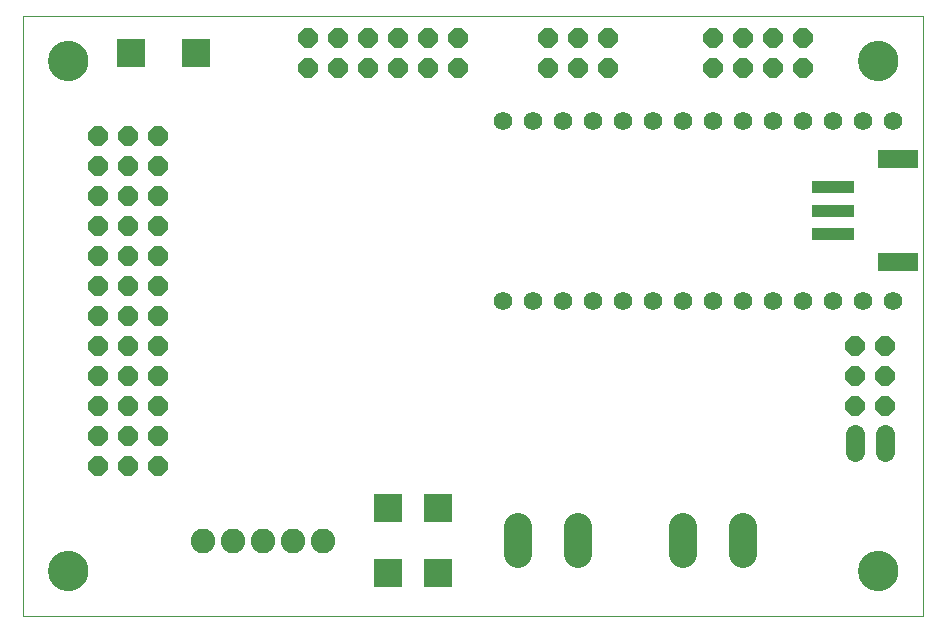
<source format=gbs>
G75*
%MOIN*%
%OFA0B0*%
%FSLAX25Y25*%
%IPPOS*%
%LPD*%
%AMOC8*
5,1,8,0,0,1.08239X$1,22.5*
%
%ADD10C,0.00300*%
%ADD11R,0.09400X0.09400*%
%ADD12C,0.09400*%
%ADD13OC8,0.06400*%
%ADD14C,0.08200*%
%ADD15C,0.06400*%
%ADD16C,0.06200*%
%ADD17C,0.00000*%
%ADD18C,0.13400*%
%ADD19R,0.14180X0.04337*%
%ADD20R,0.13786X0.06306*%
D10*
X0330000Y0290000D02*
X0330000Y0490000D01*
X0630000Y0490000D01*
X0630000Y0290000D01*
X0330000Y0290000D01*
D11*
X0451730Y0304150D03*
X0468270Y0304150D03*
X0468270Y0325850D03*
X0451730Y0325850D03*
X0387725Y0477500D03*
X0366025Y0477500D03*
D12*
X0495000Y0319500D02*
X0495000Y0310500D01*
X0515000Y0310500D02*
X0515000Y0319500D01*
X0550000Y0319500D02*
X0550000Y0310500D01*
X0570000Y0310500D02*
X0570000Y0319500D01*
D13*
X0607500Y0360000D03*
X0617500Y0360000D03*
X0617500Y0370000D03*
X0617500Y0380000D03*
X0607500Y0380000D03*
X0607500Y0370000D03*
X0590000Y0472500D03*
X0590000Y0482500D03*
X0580000Y0482500D03*
X0580000Y0472500D03*
X0570000Y0472500D03*
X0570000Y0482500D03*
X0560000Y0482500D03*
X0560000Y0472500D03*
X0525000Y0472500D03*
X0525000Y0482500D03*
X0515000Y0482500D03*
X0515000Y0472500D03*
X0505000Y0472500D03*
X0505000Y0482500D03*
X0475000Y0482500D03*
X0475000Y0472500D03*
X0465000Y0472500D03*
X0465000Y0482500D03*
X0455000Y0482500D03*
X0455000Y0472500D03*
X0445000Y0472500D03*
X0445000Y0482500D03*
X0435000Y0482500D03*
X0435000Y0472500D03*
X0425000Y0472500D03*
X0425000Y0482500D03*
X0375000Y0450000D03*
X0365000Y0450000D03*
X0355000Y0450000D03*
X0355000Y0440000D03*
X0355000Y0430000D03*
X0365000Y0430000D03*
X0365000Y0440000D03*
X0375000Y0440000D03*
X0375000Y0430000D03*
X0375000Y0420000D03*
X0375000Y0410000D03*
X0375000Y0400000D03*
X0365000Y0400000D03*
X0365000Y0410000D03*
X0365000Y0420000D03*
X0355000Y0420000D03*
X0355000Y0410000D03*
X0355000Y0400000D03*
X0355000Y0390000D03*
X0355000Y0380000D03*
X0355000Y0370000D03*
X0365000Y0370000D03*
X0365000Y0380000D03*
X0365000Y0390000D03*
X0375000Y0390000D03*
X0375000Y0380000D03*
X0375000Y0370000D03*
X0375000Y0360000D03*
X0375000Y0350000D03*
X0375000Y0340000D03*
X0365000Y0340000D03*
X0365000Y0350000D03*
X0365000Y0360000D03*
X0355000Y0360000D03*
X0355000Y0350000D03*
X0355000Y0340000D03*
D14*
X0390000Y0315000D03*
X0400000Y0315000D03*
X0410000Y0315000D03*
X0420000Y0315000D03*
X0430000Y0315000D03*
D15*
X0607500Y0344500D02*
X0607500Y0350500D01*
X0617500Y0350500D02*
X0617500Y0344500D01*
D16*
X0620000Y0395000D03*
X0610000Y0395000D03*
X0600000Y0395000D03*
X0590000Y0395000D03*
X0580000Y0395000D03*
X0570000Y0395000D03*
X0560000Y0395000D03*
X0550000Y0395000D03*
X0540000Y0395000D03*
X0530000Y0395000D03*
X0520000Y0395000D03*
X0510000Y0395000D03*
X0500000Y0395000D03*
X0490000Y0395000D03*
X0490000Y0455000D03*
X0500000Y0455000D03*
X0510000Y0455000D03*
X0520000Y0455000D03*
X0530000Y0455000D03*
X0540000Y0455000D03*
X0550000Y0455000D03*
X0560000Y0455000D03*
X0570000Y0455000D03*
X0580000Y0455000D03*
X0590000Y0455000D03*
X0600000Y0455000D03*
X0610000Y0455000D03*
X0620000Y0455000D03*
D17*
X0608500Y0475000D02*
X0608502Y0475161D01*
X0608508Y0475321D01*
X0608518Y0475482D01*
X0608532Y0475642D01*
X0608550Y0475802D01*
X0608571Y0475961D01*
X0608597Y0476120D01*
X0608627Y0476278D01*
X0608660Y0476435D01*
X0608698Y0476592D01*
X0608739Y0476747D01*
X0608784Y0476901D01*
X0608833Y0477054D01*
X0608886Y0477206D01*
X0608942Y0477357D01*
X0609003Y0477506D01*
X0609066Y0477654D01*
X0609134Y0477800D01*
X0609205Y0477944D01*
X0609279Y0478086D01*
X0609357Y0478227D01*
X0609439Y0478365D01*
X0609524Y0478502D01*
X0609612Y0478636D01*
X0609704Y0478768D01*
X0609799Y0478898D01*
X0609897Y0479026D01*
X0609998Y0479151D01*
X0610102Y0479273D01*
X0610209Y0479393D01*
X0610319Y0479510D01*
X0610432Y0479625D01*
X0610548Y0479736D01*
X0610667Y0479845D01*
X0610788Y0479950D01*
X0610912Y0480053D01*
X0611038Y0480153D01*
X0611166Y0480249D01*
X0611297Y0480342D01*
X0611431Y0480432D01*
X0611566Y0480519D01*
X0611704Y0480602D01*
X0611843Y0480682D01*
X0611985Y0480758D01*
X0612128Y0480831D01*
X0612273Y0480900D01*
X0612420Y0480966D01*
X0612568Y0481028D01*
X0612718Y0481086D01*
X0612869Y0481141D01*
X0613022Y0481192D01*
X0613176Y0481239D01*
X0613331Y0481282D01*
X0613487Y0481321D01*
X0613643Y0481357D01*
X0613801Y0481388D01*
X0613959Y0481416D01*
X0614118Y0481440D01*
X0614278Y0481460D01*
X0614438Y0481476D01*
X0614598Y0481488D01*
X0614759Y0481496D01*
X0614920Y0481500D01*
X0615080Y0481500D01*
X0615241Y0481496D01*
X0615402Y0481488D01*
X0615562Y0481476D01*
X0615722Y0481460D01*
X0615882Y0481440D01*
X0616041Y0481416D01*
X0616199Y0481388D01*
X0616357Y0481357D01*
X0616513Y0481321D01*
X0616669Y0481282D01*
X0616824Y0481239D01*
X0616978Y0481192D01*
X0617131Y0481141D01*
X0617282Y0481086D01*
X0617432Y0481028D01*
X0617580Y0480966D01*
X0617727Y0480900D01*
X0617872Y0480831D01*
X0618015Y0480758D01*
X0618157Y0480682D01*
X0618296Y0480602D01*
X0618434Y0480519D01*
X0618569Y0480432D01*
X0618703Y0480342D01*
X0618834Y0480249D01*
X0618962Y0480153D01*
X0619088Y0480053D01*
X0619212Y0479950D01*
X0619333Y0479845D01*
X0619452Y0479736D01*
X0619568Y0479625D01*
X0619681Y0479510D01*
X0619791Y0479393D01*
X0619898Y0479273D01*
X0620002Y0479151D01*
X0620103Y0479026D01*
X0620201Y0478898D01*
X0620296Y0478768D01*
X0620388Y0478636D01*
X0620476Y0478502D01*
X0620561Y0478365D01*
X0620643Y0478227D01*
X0620721Y0478086D01*
X0620795Y0477944D01*
X0620866Y0477800D01*
X0620934Y0477654D01*
X0620997Y0477506D01*
X0621058Y0477357D01*
X0621114Y0477206D01*
X0621167Y0477054D01*
X0621216Y0476901D01*
X0621261Y0476747D01*
X0621302Y0476592D01*
X0621340Y0476435D01*
X0621373Y0476278D01*
X0621403Y0476120D01*
X0621429Y0475961D01*
X0621450Y0475802D01*
X0621468Y0475642D01*
X0621482Y0475482D01*
X0621492Y0475321D01*
X0621498Y0475161D01*
X0621500Y0475000D01*
X0621498Y0474839D01*
X0621492Y0474679D01*
X0621482Y0474518D01*
X0621468Y0474358D01*
X0621450Y0474198D01*
X0621429Y0474039D01*
X0621403Y0473880D01*
X0621373Y0473722D01*
X0621340Y0473565D01*
X0621302Y0473408D01*
X0621261Y0473253D01*
X0621216Y0473099D01*
X0621167Y0472946D01*
X0621114Y0472794D01*
X0621058Y0472643D01*
X0620997Y0472494D01*
X0620934Y0472346D01*
X0620866Y0472200D01*
X0620795Y0472056D01*
X0620721Y0471914D01*
X0620643Y0471773D01*
X0620561Y0471635D01*
X0620476Y0471498D01*
X0620388Y0471364D01*
X0620296Y0471232D01*
X0620201Y0471102D01*
X0620103Y0470974D01*
X0620002Y0470849D01*
X0619898Y0470727D01*
X0619791Y0470607D01*
X0619681Y0470490D01*
X0619568Y0470375D01*
X0619452Y0470264D01*
X0619333Y0470155D01*
X0619212Y0470050D01*
X0619088Y0469947D01*
X0618962Y0469847D01*
X0618834Y0469751D01*
X0618703Y0469658D01*
X0618569Y0469568D01*
X0618434Y0469481D01*
X0618296Y0469398D01*
X0618157Y0469318D01*
X0618015Y0469242D01*
X0617872Y0469169D01*
X0617727Y0469100D01*
X0617580Y0469034D01*
X0617432Y0468972D01*
X0617282Y0468914D01*
X0617131Y0468859D01*
X0616978Y0468808D01*
X0616824Y0468761D01*
X0616669Y0468718D01*
X0616513Y0468679D01*
X0616357Y0468643D01*
X0616199Y0468612D01*
X0616041Y0468584D01*
X0615882Y0468560D01*
X0615722Y0468540D01*
X0615562Y0468524D01*
X0615402Y0468512D01*
X0615241Y0468504D01*
X0615080Y0468500D01*
X0614920Y0468500D01*
X0614759Y0468504D01*
X0614598Y0468512D01*
X0614438Y0468524D01*
X0614278Y0468540D01*
X0614118Y0468560D01*
X0613959Y0468584D01*
X0613801Y0468612D01*
X0613643Y0468643D01*
X0613487Y0468679D01*
X0613331Y0468718D01*
X0613176Y0468761D01*
X0613022Y0468808D01*
X0612869Y0468859D01*
X0612718Y0468914D01*
X0612568Y0468972D01*
X0612420Y0469034D01*
X0612273Y0469100D01*
X0612128Y0469169D01*
X0611985Y0469242D01*
X0611843Y0469318D01*
X0611704Y0469398D01*
X0611566Y0469481D01*
X0611431Y0469568D01*
X0611297Y0469658D01*
X0611166Y0469751D01*
X0611038Y0469847D01*
X0610912Y0469947D01*
X0610788Y0470050D01*
X0610667Y0470155D01*
X0610548Y0470264D01*
X0610432Y0470375D01*
X0610319Y0470490D01*
X0610209Y0470607D01*
X0610102Y0470727D01*
X0609998Y0470849D01*
X0609897Y0470974D01*
X0609799Y0471102D01*
X0609704Y0471232D01*
X0609612Y0471364D01*
X0609524Y0471498D01*
X0609439Y0471635D01*
X0609357Y0471773D01*
X0609279Y0471914D01*
X0609205Y0472056D01*
X0609134Y0472200D01*
X0609066Y0472346D01*
X0609003Y0472494D01*
X0608942Y0472643D01*
X0608886Y0472794D01*
X0608833Y0472946D01*
X0608784Y0473099D01*
X0608739Y0473253D01*
X0608698Y0473408D01*
X0608660Y0473565D01*
X0608627Y0473722D01*
X0608597Y0473880D01*
X0608571Y0474039D01*
X0608550Y0474198D01*
X0608532Y0474358D01*
X0608518Y0474518D01*
X0608508Y0474679D01*
X0608502Y0474839D01*
X0608500Y0475000D01*
X0608500Y0305000D02*
X0608502Y0305161D01*
X0608508Y0305321D01*
X0608518Y0305482D01*
X0608532Y0305642D01*
X0608550Y0305802D01*
X0608571Y0305961D01*
X0608597Y0306120D01*
X0608627Y0306278D01*
X0608660Y0306435D01*
X0608698Y0306592D01*
X0608739Y0306747D01*
X0608784Y0306901D01*
X0608833Y0307054D01*
X0608886Y0307206D01*
X0608942Y0307357D01*
X0609003Y0307506D01*
X0609066Y0307654D01*
X0609134Y0307800D01*
X0609205Y0307944D01*
X0609279Y0308086D01*
X0609357Y0308227D01*
X0609439Y0308365D01*
X0609524Y0308502D01*
X0609612Y0308636D01*
X0609704Y0308768D01*
X0609799Y0308898D01*
X0609897Y0309026D01*
X0609998Y0309151D01*
X0610102Y0309273D01*
X0610209Y0309393D01*
X0610319Y0309510D01*
X0610432Y0309625D01*
X0610548Y0309736D01*
X0610667Y0309845D01*
X0610788Y0309950D01*
X0610912Y0310053D01*
X0611038Y0310153D01*
X0611166Y0310249D01*
X0611297Y0310342D01*
X0611431Y0310432D01*
X0611566Y0310519D01*
X0611704Y0310602D01*
X0611843Y0310682D01*
X0611985Y0310758D01*
X0612128Y0310831D01*
X0612273Y0310900D01*
X0612420Y0310966D01*
X0612568Y0311028D01*
X0612718Y0311086D01*
X0612869Y0311141D01*
X0613022Y0311192D01*
X0613176Y0311239D01*
X0613331Y0311282D01*
X0613487Y0311321D01*
X0613643Y0311357D01*
X0613801Y0311388D01*
X0613959Y0311416D01*
X0614118Y0311440D01*
X0614278Y0311460D01*
X0614438Y0311476D01*
X0614598Y0311488D01*
X0614759Y0311496D01*
X0614920Y0311500D01*
X0615080Y0311500D01*
X0615241Y0311496D01*
X0615402Y0311488D01*
X0615562Y0311476D01*
X0615722Y0311460D01*
X0615882Y0311440D01*
X0616041Y0311416D01*
X0616199Y0311388D01*
X0616357Y0311357D01*
X0616513Y0311321D01*
X0616669Y0311282D01*
X0616824Y0311239D01*
X0616978Y0311192D01*
X0617131Y0311141D01*
X0617282Y0311086D01*
X0617432Y0311028D01*
X0617580Y0310966D01*
X0617727Y0310900D01*
X0617872Y0310831D01*
X0618015Y0310758D01*
X0618157Y0310682D01*
X0618296Y0310602D01*
X0618434Y0310519D01*
X0618569Y0310432D01*
X0618703Y0310342D01*
X0618834Y0310249D01*
X0618962Y0310153D01*
X0619088Y0310053D01*
X0619212Y0309950D01*
X0619333Y0309845D01*
X0619452Y0309736D01*
X0619568Y0309625D01*
X0619681Y0309510D01*
X0619791Y0309393D01*
X0619898Y0309273D01*
X0620002Y0309151D01*
X0620103Y0309026D01*
X0620201Y0308898D01*
X0620296Y0308768D01*
X0620388Y0308636D01*
X0620476Y0308502D01*
X0620561Y0308365D01*
X0620643Y0308227D01*
X0620721Y0308086D01*
X0620795Y0307944D01*
X0620866Y0307800D01*
X0620934Y0307654D01*
X0620997Y0307506D01*
X0621058Y0307357D01*
X0621114Y0307206D01*
X0621167Y0307054D01*
X0621216Y0306901D01*
X0621261Y0306747D01*
X0621302Y0306592D01*
X0621340Y0306435D01*
X0621373Y0306278D01*
X0621403Y0306120D01*
X0621429Y0305961D01*
X0621450Y0305802D01*
X0621468Y0305642D01*
X0621482Y0305482D01*
X0621492Y0305321D01*
X0621498Y0305161D01*
X0621500Y0305000D01*
X0621498Y0304839D01*
X0621492Y0304679D01*
X0621482Y0304518D01*
X0621468Y0304358D01*
X0621450Y0304198D01*
X0621429Y0304039D01*
X0621403Y0303880D01*
X0621373Y0303722D01*
X0621340Y0303565D01*
X0621302Y0303408D01*
X0621261Y0303253D01*
X0621216Y0303099D01*
X0621167Y0302946D01*
X0621114Y0302794D01*
X0621058Y0302643D01*
X0620997Y0302494D01*
X0620934Y0302346D01*
X0620866Y0302200D01*
X0620795Y0302056D01*
X0620721Y0301914D01*
X0620643Y0301773D01*
X0620561Y0301635D01*
X0620476Y0301498D01*
X0620388Y0301364D01*
X0620296Y0301232D01*
X0620201Y0301102D01*
X0620103Y0300974D01*
X0620002Y0300849D01*
X0619898Y0300727D01*
X0619791Y0300607D01*
X0619681Y0300490D01*
X0619568Y0300375D01*
X0619452Y0300264D01*
X0619333Y0300155D01*
X0619212Y0300050D01*
X0619088Y0299947D01*
X0618962Y0299847D01*
X0618834Y0299751D01*
X0618703Y0299658D01*
X0618569Y0299568D01*
X0618434Y0299481D01*
X0618296Y0299398D01*
X0618157Y0299318D01*
X0618015Y0299242D01*
X0617872Y0299169D01*
X0617727Y0299100D01*
X0617580Y0299034D01*
X0617432Y0298972D01*
X0617282Y0298914D01*
X0617131Y0298859D01*
X0616978Y0298808D01*
X0616824Y0298761D01*
X0616669Y0298718D01*
X0616513Y0298679D01*
X0616357Y0298643D01*
X0616199Y0298612D01*
X0616041Y0298584D01*
X0615882Y0298560D01*
X0615722Y0298540D01*
X0615562Y0298524D01*
X0615402Y0298512D01*
X0615241Y0298504D01*
X0615080Y0298500D01*
X0614920Y0298500D01*
X0614759Y0298504D01*
X0614598Y0298512D01*
X0614438Y0298524D01*
X0614278Y0298540D01*
X0614118Y0298560D01*
X0613959Y0298584D01*
X0613801Y0298612D01*
X0613643Y0298643D01*
X0613487Y0298679D01*
X0613331Y0298718D01*
X0613176Y0298761D01*
X0613022Y0298808D01*
X0612869Y0298859D01*
X0612718Y0298914D01*
X0612568Y0298972D01*
X0612420Y0299034D01*
X0612273Y0299100D01*
X0612128Y0299169D01*
X0611985Y0299242D01*
X0611843Y0299318D01*
X0611704Y0299398D01*
X0611566Y0299481D01*
X0611431Y0299568D01*
X0611297Y0299658D01*
X0611166Y0299751D01*
X0611038Y0299847D01*
X0610912Y0299947D01*
X0610788Y0300050D01*
X0610667Y0300155D01*
X0610548Y0300264D01*
X0610432Y0300375D01*
X0610319Y0300490D01*
X0610209Y0300607D01*
X0610102Y0300727D01*
X0609998Y0300849D01*
X0609897Y0300974D01*
X0609799Y0301102D01*
X0609704Y0301232D01*
X0609612Y0301364D01*
X0609524Y0301498D01*
X0609439Y0301635D01*
X0609357Y0301773D01*
X0609279Y0301914D01*
X0609205Y0302056D01*
X0609134Y0302200D01*
X0609066Y0302346D01*
X0609003Y0302494D01*
X0608942Y0302643D01*
X0608886Y0302794D01*
X0608833Y0302946D01*
X0608784Y0303099D01*
X0608739Y0303253D01*
X0608698Y0303408D01*
X0608660Y0303565D01*
X0608627Y0303722D01*
X0608597Y0303880D01*
X0608571Y0304039D01*
X0608550Y0304198D01*
X0608532Y0304358D01*
X0608518Y0304518D01*
X0608508Y0304679D01*
X0608502Y0304839D01*
X0608500Y0305000D01*
X0338500Y0305000D02*
X0338502Y0305161D01*
X0338508Y0305321D01*
X0338518Y0305482D01*
X0338532Y0305642D01*
X0338550Y0305802D01*
X0338571Y0305961D01*
X0338597Y0306120D01*
X0338627Y0306278D01*
X0338660Y0306435D01*
X0338698Y0306592D01*
X0338739Y0306747D01*
X0338784Y0306901D01*
X0338833Y0307054D01*
X0338886Y0307206D01*
X0338942Y0307357D01*
X0339003Y0307506D01*
X0339066Y0307654D01*
X0339134Y0307800D01*
X0339205Y0307944D01*
X0339279Y0308086D01*
X0339357Y0308227D01*
X0339439Y0308365D01*
X0339524Y0308502D01*
X0339612Y0308636D01*
X0339704Y0308768D01*
X0339799Y0308898D01*
X0339897Y0309026D01*
X0339998Y0309151D01*
X0340102Y0309273D01*
X0340209Y0309393D01*
X0340319Y0309510D01*
X0340432Y0309625D01*
X0340548Y0309736D01*
X0340667Y0309845D01*
X0340788Y0309950D01*
X0340912Y0310053D01*
X0341038Y0310153D01*
X0341166Y0310249D01*
X0341297Y0310342D01*
X0341431Y0310432D01*
X0341566Y0310519D01*
X0341704Y0310602D01*
X0341843Y0310682D01*
X0341985Y0310758D01*
X0342128Y0310831D01*
X0342273Y0310900D01*
X0342420Y0310966D01*
X0342568Y0311028D01*
X0342718Y0311086D01*
X0342869Y0311141D01*
X0343022Y0311192D01*
X0343176Y0311239D01*
X0343331Y0311282D01*
X0343487Y0311321D01*
X0343643Y0311357D01*
X0343801Y0311388D01*
X0343959Y0311416D01*
X0344118Y0311440D01*
X0344278Y0311460D01*
X0344438Y0311476D01*
X0344598Y0311488D01*
X0344759Y0311496D01*
X0344920Y0311500D01*
X0345080Y0311500D01*
X0345241Y0311496D01*
X0345402Y0311488D01*
X0345562Y0311476D01*
X0345722Y0311460D01*
X0345882Y0311440D01*
X0346041Y0311416D01*
X0346199Y0311388D01*
X0346357Y0311357D01*
X0346513Y0311321D01*
X0346669Y0311282D01*
X0346824Y0311239D01*
X0346978Y0311192D01*
X0347131Y0311141D01*
X0347282Y0311086D01*
X0347432Y0311028D01*
X0347580Y0310966D01*
X0347727Y0310900D01*
X0347872Y0310831D01*
X0348015Y0310758D01*
X0348157Y0310682D01*
X0348296Y0310602D01*
X0348434Y0310519D01*
X0348569Y0310432D01*
X0348703Y0310342D01*
X0348834Y0310249D01*
X0348962Y0310153D01*
X0349088Y0310053D01*
X0349212Y0309950D01*
X0349333Y0309845D01*
X0349452Y0309736D01*
X0349568Y0309625D01*
X0349681Y0309510D01*
X0349791Y0309393D01*
X0349898Y0309273D01*
X0350002Y0309151D01*
X0350103Y0309026D01*
X0350201Y0308898D01*
X0350296Y0308768D01*
X0350388Y0308636D01*
X0350476Y0308502D01*
X0350561Y0308365D01*
X0350643Y0308227D01*
X0350721Y0308086D01*
X0350795Y0307944D01*
X0350866Y0307800D01*
X0350934Y0307654D01*
X0350997Y0307506D01*
X0351058Y0307357D01*
X0351114Y0307206D01*
X0351167Y0307054D01*
X0351216Y0306901D01*
X0351261Y0306747D01*
X0351302Y0306592D01*
X0351340Y0306435D01*
X0351373Y0306278D01*
X0351403Y0306120D01*
X0351429Y0305961D01*
X0351450Y0305802D01*
X0351468Y0305642D01*
X0351482Y0305482D01*
X0351492Y0305321D01*
X0351498Y0305161D01*
X0351500Y0305000D01*
X0351498Y0304839D01*
X0351492Y0304679D01*
X0351482Y0304518D01*
X0351468Y0304358D01*
X0351450Y0304198D01*
X0351429Y0304039D01*
X0351403Y0303880D01*
X0351373Y0303722D01*
X0351340Y0303565D01*
X0351302Y0303408D01*
X0351261Y0303253D01*
X0351216Y0303099D01*
X0351167Y0302946D01*
X0351114Y0302794D01*
X0351058Y0302643D01*
X0350997Y0302494D01*
X0350934Y0302346D01*
X0350866Y0302200D01*
X0350795Y0302056D01*
X0350721Y0301914D01*
X0350643Y0301773D01*
X0350561Y0301635D01*
X0350476Y0301498D01*
X0350388Y0301364D01*
X0350296Y0301232D01*
X0350201Y0301102D01*
X0350103Y0300974D01*
X0350002Y0300849D01*
X0349898Y0300727D01*
X0349791Y0300607D01*
X0349681Y0300490D01*
X0349568Y0300375D01*
X0349452Y0300264D01*
X0349333Y0300155D01*
X0349212Y0300050D01*
X0349088Y0299947D01*
X0348962Y0299847D01*
X0348834Y0299751D01*
X0348703Y0299658D01*
X0348569Y0299568D01*
X0348434Y0299481D01*
X0348296Y0299398D01*
X0348157Y0299318D01*
X0348015Y0299242D01*
X0347872Y0299169D01*
X0347727Y0299100D01*
X0347580Y0299034D01*
X0347432Y0298972D01*
X0347282Y0298914D01*
X0347131Y0298859D01*
X0346978Y0298808D01*
X0346824Y0298761D01*
X0346669Y0298718D01*
X0346513Y0298679D01*
X0346357Y0298643D01*
X0346199Y0298612D01*
X0346041Y0298584D01*
X0345882Y0298560D01*
X0345722Y0298540D01*
X0345562Y0298524D01*
X0345402Y0298512D01*
X0345241Y0298504D01*
X0345080Y0298500D01*
X0344920Y0298500D01*
X0344759Y0298504D01*
X0344598Y0298512D01*
X0344438Y0298524D01*
X0344278Y0298540D01*
X0344118Y0298560D01*
X0343959Y0298584D01*
X0343801Y0298612D01*
X0343643Y0298643D01*
X0343487Y0298679D01*
X0343331Y0298718D01*
X0343176Y0298761D01*
X0343022Y0298808D01*
X0342869Y0298859D01*
X0342718Y0298914D01*
X0342568Y0298972D01*
X0342420Y0299034D01*
X0342273Y0299100D01*
X0342128Y0299169D01*
X0341985Y0299242D01*
X0341843Y0299318D01*
X0341704Y0299398D01*
X0341566Y0299481D01*
X0341431Y0299568D01*
X0341297Y0299658D01*
X0341166Y0299751D01*
X0341038Y0299847D01*
X0340912Y0299947D01*
X0340788Y0300050D01*
X0340667Y0300155D01*
X0340548Y0300264D01*
X0340432Y0300375D01*
X0340319Y0300490D01*
X0340209Y0300607D01*
X0340102Y0300727D01*
X0339998Y0300849D01*
X0339897Y0300974D01*
X0339799Y0301102D01*
X0339704Y0301232D01*
X0339612Y0301364D01*
X0339524Y0301498D01*
X0339439Y0301635D01*
X0339357Y0301773D01*
X0339279Y0301914D01*
X0339205Y0302056D01*
X0339134Y0302200D01*
X0339066Y0302346D01*
X0339003Y0302494D01*
X0338942Y0302643D01*
X0338886Y0302794D01*
X0338833Y0302946D01*
X0338784Y0303099D01*
X0338739Y0303253D01*
X0338698Y0303408D01*
X0338660Y0303565D01*
X0338627Y0303722D01*
X0338597Y0303880D01*
X0338571Y0304039D01*
X0338550Y0304198D01*
X0338532Y0304358D01*
X0338518Y0304518D01*
X0338508Y0304679D01*
X0338502Y0304839D01*
X0338500Y0305000D01*
X0338500Y0475000D02*
X0338502Y0475161D01*
X0338508Y0475321D01*
X0338518Y0475482D01*
X0338532Y0475642D01*
X0338550Y0475802D01*
X0338571Y0475961D01*
X0338597Y0476120D01*
X0338627Y0476278D01*
X0338660Y0476435D01*
X0338698Y0476592D01*
X0338739Y0476747D01*
X0338784Y0476901D01*
X0338833Y0477054D01*
X0338886Y0477206D01*
X0338942Y0477357D01*
X0339003Y0477506D01*
X0339066Y0477654D01*
X0339134Y0477800D01*
X0339205Y0477944D01*
X0339279Y0478086D01*
X0339357Y0478227D01*
X0339439Y0478365D01*
X0339524Y0478502D01*
X0339612Y0478636D01*
X0339704Y0478768D01*
X0339799Y0478898D01*
X0339897Y0479026D01*
X0339998Y0479151D01*
X0340102Y0479273D01*
X0340209Y0479393D01*
X0340319Y0479510D01*
X0340432Y0479625D01*
X0340548Y0479736D01*
X0340667Y0479845D01*
X0340788Y0479950D01*
X0340912Y0480053D01*
X0341038Y0480153D01*
X0341166Y0480249D01*
X0341297Y0480342D01*
X0341431Y0480432D01*
X0341566Y0480519D01*
X0341704Y0480602D01*
X0341843Y0480682D01*
X0341985Y0480758D01*
X0342128Y0480831D01*
X0342273Y0480900D01*
X0342420Y0480966D01*
X0342568Y0481028D01*
X0342718Y0481086D01*
X0342869Y0481141D01*
X0343022Y0481192D01*
X0343176Y0481239D01*
X0343331Y0481282D01*
X0343487Y0481321D01*
X0343643Y0481357D01*
X0343801Y0481388D01*
X0343959Y0481416D01*
X0344118Y0481440D01*
X0344278Y0481460D01*
X0344438Y0481476D01*
X0344598Y0481488D01*
X0344759Y0481496D01*
X0344920Y0481500D01*
X0345080Y0481500D01*
X0345241Y0481496D01*
X0345402Y0481488D01*
X0345562Y0481476D01*
X0345722Y0481460D01*
X0345882Y0481440D01*
X0346041Y0481416D01*
X0346199Y0481388D01*
X0346357Y0481357D01*
X0346513Y0481321D01*
X0346669Y0481282D01*
X0346824Y0481239D01*
X0346978Y0481192D01*
X0347131Y0481141D01*
X0347282Y0481086D01*
X0347432Y0481028D01*
X0347580Y0480966D01*
X0347727Y0480900D01*
X0347872Y0480831D01*
X0348015Y0480758D01*
X0348157Y0480682D01*
X0348296Y0480602D01*
X0348434Y0480519D01*
X0348569Y0480432D01*
X0348703Y0480342D01*
X0348834Y0480249D01*
X0348962Y0480153D01*
X0349088Y0480053D01*
X0349212Y0479950D01*
X0349333Y0479845D01*
X0349452Y0479736D01*
X0349568Y0479625D01*
X0349681Y0479510D01*
X0349791Y0479393D01*
X0349898Y0479273D01*
X0350002Y0479151D01*
X0350103Y0479026D01*
X0350201Y0478898D01*
X0350296Y0478768D01*
X0350388Y0478636D01*
X0350476Y0478502D01*
X0350561Y0478365D01*
X0350643Y0478227D01*
X0350721Y0478086D01*
X0350795Y0477944D01*
X0350866Y0477800D01*
X0350934Y0477654D01*
X0350997Y0477506D01*
X0351058Y0477357D01*
X0351114Y0477206D01*
X0351167Y0477054D01*
X0351216Y0476901D01*
X0351261Y0476747D01*
X0351302Y0476592D01*
X0351340Y0476435D01*
X0351373Y0476278D01*
X0351403Y0476120D01*
X0351429Y0475961D01*
X0351450Y0475802D01*
X0351468Y0475642D01*
X0351482Y0475482D01*
X0351492Y0475321D01*
X0351498Y0475161D01*
X0351500Y0475000D01*
X0351498Y0474839D01*
X0351492Y0474679D01*
X0351482Y0474518D01*
X0351468Y0474358D01*
X0351450Y0474198D01*
X0351429Y0474039D01*
X0351403Y0473880D01*
X0351373Y0473722D01*
X0351340Y0473565D01*
X0351302Y0473408D01*
X0351261Y0473253D01*
X0351216Y0473099D01*
X0351167Y0472946D01*
X0351114Y0472794D01*
X0351058Y0472643D01*
X0350997Y0472494D01*
X0350934Y0472346D01*
X0350866Y0472200D01*
X0350795Y0472056D01*
X0350721Y0471914D01*
X0350643Y0471773D01*
X0350561Y0471635D01*
X0350476Y0471498D01*
X0350388Y0471364D01*
X0350296Y0471232D01*
X0350201Y0471102D01*
X0350103Y0470974D01*
X0350002Y0470849D01*
X0349898Y0470727D01*
X0349791Y0470607D01*
X0349681Y0470490D01*
X0349568Y0470375D01*
X0349452Y0470264D01*
X0349333Y0470155D01*
X0349212Y0470050D01*
X0349088Y0469947D01*
X0348962Y0469847D01*
X0348834Y0469751D01*
X0348703Y0469658D01*
X0348569Y0469568D01*
X0348434Y0469481D01*
X0348296Y0469398D01*
X0348157Y0469318D01*
X0348015Y0469242D01*
X0347872Y0469169D01*
X0347727Y0469100D01*
X0347580Y0469034D01*
X0347432Y0468972D01*
X0347282Y0468914D01*
X0347131Y0468859D01*
X0346978Y0468808D01*
X0346824Y0468761D01*
X0346669Y0468718D01*
X0346513Y0468679D01*
X0346357Y0468643D01*
X0346199Y0468612D01*
X0346041Y0468584D01*
X0345882Y0468560D01*
X0345722Y0468540D01*
X0345562Y0468524D01*
X0345402Y0468512D01*
X0345241Y0468504D01*
X0345080Y0468500D01*
X0344920Y0468500D01*
X0344759Y0468504D01*
X0344598Y0468512D01*
X0344438Y0468524D01*
X0344278Y0468540D01*
X0344118Y0468560D01*
X0343959Y0468584D01*
X0343801Y0468612D01*
X0343643Y0468643D01*
X0343487Y0468679D01*
X0343331Y0468718D01*
X0343176Y0468761D01*
X0343022Y0468808D01*
X0342869Y0468859D01*
X0342718Y0468914D01*
X0342568Y0468972D01*
X0342420Y0469034D01*
X0342273Y0469100D01*
X0342128Y0469169D01*
X0341985Y0469242D01*
X0341843Y0469318D01*
X0341704Y0469398D01*
X0341566Y0469481D01*
X0341431Y0469568D01*
X0341297Y0469658D01*
X0341166Y0469751D01*
X0341038Y0469847D01*
X0340912Y0469947D01*
X0340788Y0470050D01*
X0340667Y0470155D01*
X0340548Y0470264D01*
X0340432Y0470375D01*
X0340319Y0470490D01*
X0340209Y0470607D01*
X0340102Y0470727D01*
X0339998Y0470849D01*
X0339897Y0470974D01*
X0339799Y0471102D01*
X0339704Y0471232D01*
X0339612Y0471364D01*
X0339524Y0471498D01*
X0339439Y0471635D01*
X0339357Y0471773D01*
X0339279Y0471914D01*
X0339205Y0472056D01*
X0339134Y0472200D01*
X0339066Y0472346D01*
X0339003Y0472494D01*
X0338942Y0472643D01*
X0338886Y0472794D01*
X0338833Y0472946D01*
X0338784Y0473099D01*
X0338739Y0473253D01*
X0338698Y0473408D01*
X0338660Y0473565D01*
X0338627Y0473722D01*
X0338597Y0473880D01*
X0338571Y0474039D01*
X0338550Y0474198D01*
X0338532Y0474358D01*
X0338518Y0474518D01*
X0338508Y0474679D01*
X0338502Y0474839D01*
X0338500Y0475000D01*
D18*
X0345000Y0475000D03*
X0345000Y0305000D03*
X0615000Y0305000D03*
X0615000Y0475000D03*
D19*
X0599985Y0432874D03*
X0599985Y0425000D03*
X0599985Y0417126D03*
D20*
X0621836Y0407874D03*
X0621836Y0442126D03*
M02*

</source>
